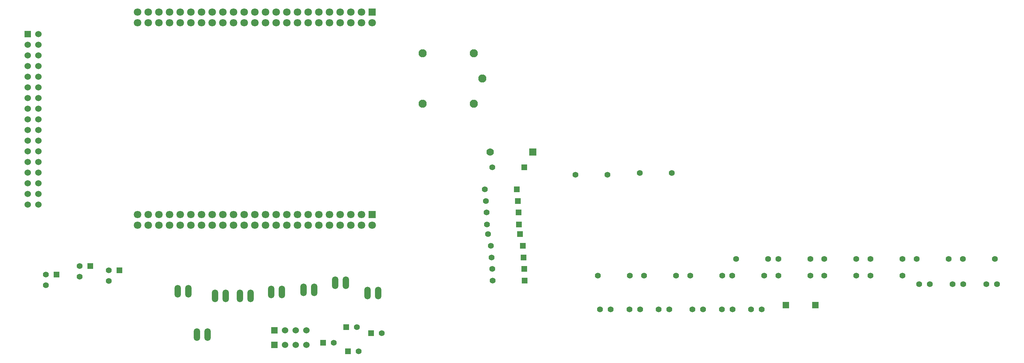
<source format=gbl>
G04 (created by PCBNEW (2013-mar-13)-testing) date vie 30 may 2014 10:06:53 ART*
%MOIN*%
G04 Gerber Fmt 3.4, Leading zero omitted, Abs format*
%FSLAX34Y34*%
G01*
G70*
G90*
G04 APERTURE LIST*
%ADD10C,0.005906*%
%ADD11R,0.060000X0.060000*%
%ADD12C,0.060000*%
%ADD13R,0.070866X0.070866*%
%ADD14C,0.070866*%
%ADD15R,0.055000X0.055000*%
%ADD16C,0.055000*%
%ADD17O,0.059300X0.118700*%
%ADD18C,0.070000*%
%ADD19R,0.070000X0.070000*%
%ADD20C,0.076700*%
G04 APERTURE END LIST*
G54D10*
G54D11*
X15503Y-22196D03*
G54D12*
X16503Y-22196D03*
X15503Y-23196D03*
X16503Y-23196D03*
X15503Y-24196D03*
X16503Y-24196D03*
X15503Y-25196D03*
X16503Y-25196D03*
X15503Y-26196D03*
X16503Y-26196D03*
X15503Y-27196D03*
X16503Y-27196D03*
X15503Y-28196D03*
X16503Y-28196D03*
X15503Y-29196D03*
X16503Y-29196D03*
X15503Y-30196D03*
X16503Y-30196D03*
X15503Y-31196D03*
X16503Y-31196D03*
X15503Y-32196D03*
X16503Y-32196D03*
X15503Y-33196D03*
X16503Y-33196D03*
X15503Y-34196D03*
X16503Y-34196D03*
X15503Y-35196D03*
X16503Y-35196D03*
X15503Y-36196D03*
X16503Y-36196D03*
X15503Y-37196D03*
X16503Y-37196D03*
X15503Y-38196D03*
X16503Y-38196D03*
G54D13*
X47832Y-20157D03*
G54D14*
X47832Y-21157D03*
X46832Y-20157D03*
X46832Y-21157D03*
X45832Y-20157D03*
X45832Y-21157D03*
X44832Y-20157D03*
X44832Y-21157D03*
X43832Y-20157D03*
X43832Y-21157D03*
X42832Y-20157D03*
X42832Y-21157D03*
X41832Y-20157D03*
X41832Y-21157D03*
X40832Y-20157D03*
X40832Y-21157D03*
X39832Y-20157D03*
X39832Y-21157D03*
X38832Y-20157D03*
X38832Y-21157D03*
X37832Y-20157D03*
X37832Y-21157D03*
X36832Y-20157D03*
X36832Y-21157D03*
X35832Y-20157D03*
X35832Y-21157D03*
X34832Y-20157D03*
X34832Y-21157D03*
X33832Y-20157D03*
X33832Y-21157D03*
X32832Y-20157D03*
X32832Y-21157D03*
X31832Y-20157D03*
X31832Y-21157D03*
X30832Y-20157D03*
X30832Y-21157D03*
X29832Y-20157D03*
X29832Y-21157D03*
X28832Y-20157D03*
X28832Y-21157D03*
X27832Y-20157D03*
X27832Y-21157D03*
X26832Y-20157D03*
X26832Y-21157D03*
X25832Y-20157D03*
X25832Y-21157D03*
G54D13*
X47832Y-39157D03*
G54D14*
X47832Y-40157D03*
X46832Y-39157D03*
X46832Y-40157D03*
X45832Y-39157D03*
X45832Y-40157D03*
X44832Y-39157D03*
X44832Y-40157D03*
X43832Y-39157D03*
X43832Y-40157D03*
X42832Y-39157D03*
X42832Y-40157D03*
X41832Y-39157D03*
X41832Y-40157D03*
X40832Y-39157D03*
X40832Y-40157D03*
X39832Y-39157D03*
X39832Y-40157D03*
X38832Y-39157D03*
X38832Y-40157D03*
X37832Y-39157D03*
X37832Y-40157D03*
X36832Y-39157D03*
X36832Y-40157D03*
X35832Y-39157D03*
X35832Y-40157D03*
X34832Y-39157D03*
X34832Y-40157D03*
X33832Y-39157D03*
X33832Y-40157D03*
X32832Y-39157D03*
X32832Y-40157D03*
X31832Y-39157D03*
X31832Y-40157D03*
X30832Y-39157D03*
X30832Y-40157D03*
X29832Y-39157D03*
X29832Y-40157D03*
X28832Y-39157D03*
X28832Y-40157D03*
X27832Y-39157D03*
X27832Y-40157D03*
X26832Y-39157D03*
X26832Y-40157D03*
X25832Y-39157D03*
X25832Y-40157D03*
G54D15*
X45562Y-51988D03*
G54D16*
X46562Y-51988D03*
G54D15*
X43200Y-51161D03*
G54D16*
X44200Y-51161D03*
G54D15*
X47728Y-50275D03*
G54D16*
X48728Y-50275D03*
G54D15*
X45366Y-49704D03*
G54D16*
X46366Y-49704D03*
X102255Y-45669D03*
X103255Y-45669D03*
X105405Y-45669D03*
X106405Y-45669D03*
X99106Y-45669D03*
X100106Y-45669D03*
X71940Y-48031D03*
X72940Y-48031D03*
X74696Y-48031D03*
X75696Y-48031D03*
X77846Y-48031D03*
X78846Y-48031D03*
X80602Y-48031D03*
X81602Y-48031D03*
X83358Y-48031D03*
X84358Y-48031D03*
X69185Y-48031D03*
X70185Y-48031D03*
G54D17*
X33082Y-46771D03*
X34082Y-46771D03*
X35405Y-46771D03*
X36405Y-46771D03*
X47374Y-46496D03*
X48374Y-46496D03*
X44342Y-45551D03*
X45342Y-45551D03*
X41370Y-46220D03*
X42370Y-46220D03*
X38358Y-46417D03*
X39358Y-46417D03*
X29598Y-46358D03*
X30598Y-46358D03*
X31389Y-50393D03*
X32389Y-50393D03*
G54D11*
X38657Y-51377D03*
G54D12*
X39657Y-51377D03*
X40657Y-51377D03*
X41657Y-51377D03*
G54D11*
X38657Y-50000D03*
G54D12*
X39657Y-50000D03*
X40657Y-50000D03*
X41657Y-50000D03*
G54D15*
X61381Y-36771D03*
G54D16*
X58381Y-36771D03*
G54D15*
X61480Y-37874D03*
G54D16*
X58480Y-37874D03*
G54D15*
X61539Y-38956D03*
G54D16*
X58539Y-38956D03*
G54D15*
X61598Y-40059D03*
G54D16*
X58598Y-40059D03*
G54D15*
X61696Y-40964D03*
G54D16*
X58696Y-40964D03*
G54D15*
X61933Y-42066D03*
G54D16*
X58933Y-42066D03*
G54D15*
X62011Y-43169D03*
G54D16*
X59011Y-43169D03*
G54D15*
X62090Y-44232D03*
G54D16*
X59090Y-44232D03*
G54D15*
X62129Y-45354D03*
G54D16*
X59129Y-45354D03*
G54D15*
X62070Y-34724D03*
G54D16*
X59070Y-34724D03*
G54D18*
X58866Y-33267D03*
G54D19*
X62866Y-33267D03*
G54D11*
X89370Y-47637D03*
X86614Y-47637D03*
G54D15*
X18216Y-44775D03*
G54D16*
X17216Y-44775D03*
X17216Y-45775D03*
G54D15*
X24122Y-44381D03*
G54D16*
X23122Y-44381D03*
X23122Y-45381D03*
G54D15*
X21366Y-43988D03*
G54D16*
X20366Y-43988D03*
X20366Y-44988D03*
X66866Y-35413D03*
X69866Y-35413D03*
X81964Y-43307D03*
X84964Y-43307D03*
X85901Y-43307D03*
X88901Y-43307D03*
X90232Y-43307D03*
X93232Y-43307D03*
X94562Y-43307D03*
X97562Y-43307D03*
X98893Y-43307D03*
X101893Y-43307D03*
X103224Y-43307D03*
X106224Y-43307D03*
X68972Y-44881D03*
X71972Y-44881D03*
X73303Y-44881D03*
X76303Y-44881D03*
X77633Y-44881D03*
X80633Y-44881D03*
X81570Y-44881D03*
X84570Y-44881D03*
X85901Y-44881D03*
X88901Y-44881D03*
X90232Y-44881D03*
X93232Y-44881D03*
X72909Y-35255D03*
X75909Y-35255D03*
X94562Y-44881D03*
X97562Y-44881D03*
G54D20*
X57361Y-24015D03*
X57361Y-28739D03*
X58149Y-26377D03*
X52559Y-28739D03*
X52559Y-24015D03*
M02*

</source>
